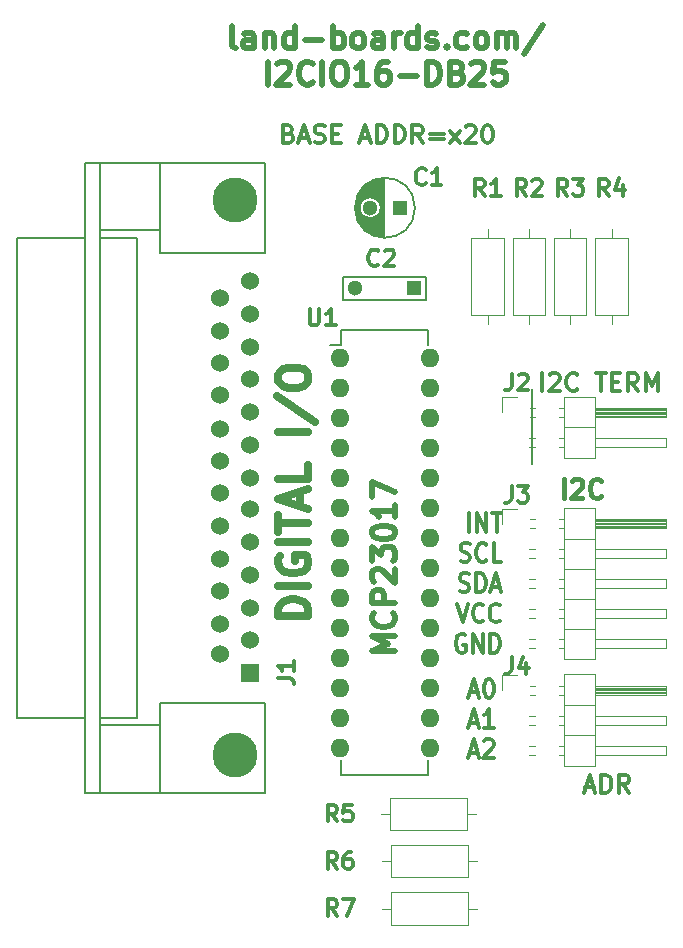
<source format=gto>
%TF.GenerationSoftware,KiCad,Pcbnew,(6.0.1)*%
%TF.CreationDate,2022-05-18T12:52:58-04:00*%
%TF.ProjectId,I2CIO16-DB25,49324349-4f31-4362-9d44-4232352e6b69,X1*%
%TF.SameCoordinates,Original*%
%TF.FileFunction,Legend,Top*%
%TF.FilePolarity,Positive*%
%FSLAX46Y46*%
G04 Gerber Fmt 4.6, Leading zero omitted, Abs format (unit mm)*
G04 Created by KiCad (PCBNEW (6.0.1)) date 2022-05-18 12:52:58*
%MOMM*%
%LPD*%
G01*
G04 APERTURE LIST*
%ADD10C,0.150000*%
%ADD11C,0.349250*%
%ADD12C,0.300000*%
%ADD13C,0.396875*%
%ADD14C,0.476250*%
%ADD15C,0.635000*%
%ADD16C,0.120000*%
%ADD17R,1.300000X1.300000*%
%ADD18C,1.300000*%
%ADD19O,1.600000X1.600000*%
%ADD20C,3.810000*%
%ADD21R,1.524000X1.524000*%
%ADD22C,1.524000*%
G04 APERTURE END LIST*
D10*
X36800000Y-32000000D02*
X36800000Y-38400000D01*
D11*
X31511177Y-57708708D02*
X32176416Y-57708708D01*
X31378130Y-58162279D02*
X31843797Y-56574779D01*
X32309463Y-58162279D01*
X33041225Y-56574779D02*
X33174273Y-56574779D01*
X33307320Y-56650375D01*
X33373844Y-56725970D01*
X33440368Y-56877160D01*
X33506892Y-57179541D01*
X33506892Y-57557517D01*
X33440368Y-57859898D01*
X33373844Y-58011089D01*
X33307320Y-58086684D01*
X33174273Y-58162279D01*
X33041225Y-58162279D01*
X32908177Y-58086684D01*
X32841654Y-58011089D01*
X32775130Y-57859898D01*
X32708606Y-57557517D01*
X32708606Y-57179541D01*
X32775130Y-56877160D01*
X32841654Y-56725970D01*
X32908177Y-56650375D01*
X33041225Y-56574779D01*
X31511177Y-60264583D02*
X32176416Y-60264583D01*
X31378130Y-60718154D02*
X31843797Y-59130654D01*
X32309463Y-60718154D01*
X33506892Y-60718154D02*
X32708606Y-60718154D01*
X33107749Y-60718154D02*
X33107749Y-59130654D01*
X32974701Y-59357440D01*
X32841654Y-59508630D01*
X32708606Y-59584226D01*
X31511177Y-62820458D02*
X32176416Y-62820458D01*
X31378130Y-63274029D02*
X31843797Y-61686529D01*
X32309463Y-63274029D01*
X32708606Y-61837720D02*
X32775130Y-61762125D01*
X32908177Y-61686529D01*
X33240797Y-61686529D01*
X33373844Y-61762125D01*
X33440368Y-61837720D01*
X33506892Y-61988910D01*
X33506892Y-62140101D01*
X33440368Y-62366886D01*
X32642082Y-63274029D01*
X33506892Y-63274029D01*
D12*
X31444476Y-44106404D02*
X31444476Y-42518904D01*
X32109714Y-44106404D02*
X32109714Y-42518904D01*
X32908000Y-44106404D01*
X32908000Y-42518904D01*
X33373666Y-42518904D02*
X34171952Y-42518904D01*
X33772809Y-44106404D02*
X33772809Y-42518904D01*
X30712714Y-46586684D02*
X30912285Y-46662279D01*
X31244904Y-46662279D01*
X31377952Y-46586684D01*
X31444476Y-46511089D01*
X31511000Y-46359898D01*
X31511000Y-46208708D01*
X31444476Y-46057517D01*
X31377952Y-45981922D01*
X31244904Y-45906327D01*
X30978809Y-45830732D01*
X30845761Y-45755136D01*
X30779238Y-45679541D01*
X30712714Y-45528351D01*
X30712714Y-45377160D01*
X30779238Y-45225970D01*
X30845761Y-45150375D01*
X30978809Y-45074779D01*
X31311428Y-45074779D01*
X31511000Y-45150375D01*
X32908000Y-46511089D02*
X32841476Y-46586684D01*
X32641904Y-46662279D01*
X32508857Y-46662279D01*
X32309285Y-46586684D01*
X32176238Y-46435494D01*
X32109714Y-46284303D01*
X32043190Y-45981922D01*
X32043190Y-45755136D01*
X32109714Y-45452755D01*
X32176238Y-45301565D01*
X32309285Y-45150375D01*
X32508857Y-45074779D01*
X32641904Y-45074779D01*
X32841476Y-45150375D01*
X32908000Y-45225970D01*
X34171952Y-46662279D02*
X33506714Y-46662279D01*
X33506714Y-45074779D01*
X30646190Y-49142559D02*
X30845761Y-49218154D01*
X31178380Y-49218154D01*
X31311428Y-49142559D01*
X31377952Y-49066964D01*
X31444476Y-48915773D01*
X31444476Y-48764583D01*
X31377952Y-48613392D01*
X31311428Y-48537797D01*
X31178380Y-48462202D01*
X30912285Y-48386607D01*
X30779238Y-48311011D01*
X30712714Y-48235416D01*
X30646190Y-48084226D01*
X30646190Y-47933035D01*
X30712714Y-47781845D01*
X30779238Y-47706250D01*
X30912285Y-47630654D01*
X31244904Y-47630654D01*
X31444476Y-47706250D01*
X32043190Y-49218154D02*
X32043190Y-47630654D01*
X32375809Y-47630654D01*
X32575380Y-47706250D01*
X32708428Y-47857440D01*
X32774952Y-48008630D01*
X32841476Y-48311011D01*
X32841476Y-48537797D01*
X32774952Y-48840178D01*
X32708428Y-48991369D01*
X32575380Y-49142559D01*
X32375809Y-49218154D01*
X32043190Y-49218154D01*
X33373666Y-48764583D02*
X34038904Y-48764583D01*
X33240619Y-49218154D02*
X33706285Y-47630654D01*
X34171952Y-49218154D01*
X30446619Y-50186529D02*
X30912285Y-51774029D01*
X31377952Y-50186529D01*
X32641904Y-51622839D02*
X32575380Y-51698434D01*
X32375809Y-51774029D01*
X32242761Y-51774029D01*
X32043190Y-51698434D01*
X31910142Y-51547244D01*
X31843619Y-51396053D01*
X31777095Y-51093672D01*
X31777095Y-50866886D01*
X31843619Y-50564505D01*
X31910142Y-50413315D01*
X32043190Y-50262125D01*
X32242761Y-50186529D01*
X32375809Y-50186529D01*
X32575380Y-50262125D01*
X32641904Y-50337720D01*
X34038904Y-51622839D02*
X33972380Y-51698434D01*
X33772809Y-51774029D01*
X33639761Y-51774029D01*
X33440190Y-51698434D01*
X33307142Y-51547244D01*
X33240619Y-51396053D01*
X33174095Y-51093672D01*
X33174095Y-50866886D01*
X33240619Y-50564505D01*
X33307142Y-50413315D01*
X33440190Y-50262125D01*
X33639761Y-50186529D01*
X33772809Y-50186529D01*
X33972380Y-50262125D01*
X34038904Y-50337720D01*
X31111857Y-52818000D02*
X30978809Y-52742404D01*
X30779238Y-52742404D01*
X30579666Y-52818000D01*
X30446619Y-52969190D01*
X30380095Y-53120380D01*
X30313571Y-53422761D01*
X30313571Y-53649547D01*
X30380095Y-53951928D01*
X30446619Y-54103119D01*
X30579666Y-54254309D01*
X30779238Y-54329904D01*
X30912285Y-54329904D01*
X31111857Y-54254309D01*
X31178380Y-54178714D01*
X31178380Y-53649547D01*
X30912285Y-53649547D01*
X31777095Y-54329904D02*
X31777095Y-52742404D01*
X32575380Y-54329904D01*
X32575380Y-52742404D01*
X33240619Y-54329904D02*
X33240619Y-52742404D01*
X33573238Y-52742404D01*
X33772809Y-52818000D01*
X33905857Y-52969190D01*
X33972380Y-53120380D01*
X34038904Y-53422761D01*
X34038904Y-53649547D01*
X33972380Y-53951928D01*
X33905857Y-54103119D01*
X33772809Y-54254309D01*
X33573238Y-54329904D01*
X33240619Y-54329904D01*
X16142857Y-10392857D02*
X16357142Y-10464285D01*
X16428571Y-10535714D01*
X16500000Y-10678571D01*
X16500000Y-10892857D01*
X16428571Y-11035714D01*
X16357142Y-11107142D01*
X16214285Y-11178571D01*
X15642857Y-11178571D01*
X15642857Y-9678571D01*
X16142857Y-9678571D01*
X16285714Y-9750000D01*
X16357142Y-9821428D01*
X16428571Y-9964285D01*
X16428571Y-10107142D01*
X16357142Y-10250000D01*
X16285714Y-10321428D01*
X16142857Y-10392857D01*
X15642857Y-10392857D01*
X17071428Y-10750000D02*
X17785714Y-10750000D01*
X16928571Y-11178571D02*
X17428571Y-9678571D01*
X17928571Y-11178571D01*
X18357142Y-11107142D02*
X18571428Y-11178571D01*
X18928571Y-11178571D01*
X19071428Y-11107142D01*
X19142857Y-11035714D01*
X19214285Y-10892857D01*
X19214285Y-10750000D01*
X19142857Y-10607142D01*
X19071428Y-10535714D01*
X18928571Y-10464285D01*
X18642857Y-10392857D01*
X18500000Y-10321428D01*
X18428571Y-10250000D01*
X18357142Y-10107142D01*
X18357142Y-9964285D01*
X18428571Y-9821428D01*
X18500000Y-9750000D01*
X18642857Y-9678571D01*
X19000000Y-9678571D01*
X19214285Y-9750000D01*
X19857142Y-10392857D02*
X20357142Y-10392857D01*
X20571428Y-11178571D02*
X19857142Y-11178571D01*
X19857142Y-9678571D01*
X20571428Y-9678571D01*
X22285714Y-10750000D02*
X23000000Y-10750000D01*
X22142857Y-11178571D02*
X22642857Y-9678571D01*
X23142857Y-11178571D01*
X23642857Y-11178571D02*
X23642857Y-9678571D01*
X24000000Y-9678571D01*
X24214285Y-9750000D01*
X24357142Y-9892857D01*
X24428571Y-10035714D01*
X24500000Y-10321428D01*
X24500000Y-10535714D01*
X24428571Y-10821428D01*
X24357142Y-10964285D01*
X24214285Y-11107142D01*
X24000000Y-11178571D01*
X23642857Y-11178571D01*
X25142857Y-11178571D02*
X25142857Y-9678571D01*
X25500000Y-9678571D01*
X25714285Y-9750000D01*
X25857142Y-9892857D01*
X25928571Y-10035714D01*
X26000000Y-10321428D01*
X26000000Y-10535714D01*
X25928571Y-10821428D01*
X25857142Y-10964285D01*
X25714285Y-11107142D01*
X25500000Y-11178571D01*
X25142857Y-11178571D01*
X27500000Y-11178571D02*
X27000000Y-10464285D01*
X26642857Y-11178571D02*
X26642857Y-9678571D01*
X27214285Y-9678571D01*
X27357142Y-9750000D01*
X27428571Y-9821428D01*
X27500000Y-9964285D01*
X27500000Y-10178571D01*
X27428571Y-10321428D01*
X27357142Y-10392857D01*
X27214285Y-10464285D01*
X26642857Y-10464285D01*
X28142857Y-10392857D02*
X29285714Y-10392857D01*
X29285714Y-10821428D02*
X28142857Y-10821428D01*
X29857142Y-11178571D02*
X30642857Y-10178571D01*
X29857142Y-10178571D02*
X30642857Y-11178571D01*
X31142857Y-9821428D02*
X31214285Y-9750000D01*
X31357142Y-9678571D01*
X31714285Y-9678571D01*
X31857142Y-9750000D01*
X31928571Y-9821428D01*
X32000000Y-9964285D01*
X32000000Y-10107142D01*
X31928571Y-10321428D01*
X31071428Y-11178571D01*
X32000000Y-11178571D01*
X32928571Y-9678571D02*
X33071428Y-9678571D01*
X33214285Y-9750000D01*
X33285714Y-9821428D01*
X33357142Y-9964285D01*
X33428571Y-10250000D01*
X33428571Y-10607142D01*
X33357142Y-10892857D01*
X33285714Y-11035714D01*
X33214285Y-11107142D01*
X33071428Y-11178571D01*
X32928571Y-11178571D01*
X32785714Y-11107142D01*
X32714285Y-11035714D01*
X32642857Y-10892857D01*
X32571428Y-10607142D01*
X32571428Y-10250000D01*
X32642857Y-9964285D01*
X32714285Y-9821428D01*
X32785714Y-9750000D01*
X32928571Y-9678571D01*
D13*
X39450297Y-41218154D02*
X39450297Y-39630654D01*
X40130654Y-39781845D02*
X40206250Y-39706250D01*
X40357440Y-39630654D01*
X40735416Y-39630654D01*
X40886607Y-39706250D01*
X40962202Y-39781845D01*
X41037797Y-39933035D01*
X41037797Y-40084226D01*
X40962202Y-40311011D01*
X40055059Y-41218154D01*
X41037797Y-41218154D01*
X42625297Y-41066964D02*
X42549702Y-41142559D01*
X42322916Y-41218154D01*
X42171726Y-41218154D01*
X41944940Y-41142559D01*
X41793750Y-40991369D01*
X41718154Y-40840178D01*
X41642559Y-40537797D01*
X41642559Y-40311011D01*
X41718154Y-40008630D01*
X41793750Y-39857440D01*
X41944940Y-39706250D01*
X42171726Y-39630654D01*
X42322916Y-39630654D01*
X42549702Y-39706250D01*
X42625297Y-39781845D01*
D14*
X25151785Y-54225714D02*
X23246785Y-54225714D01*
X24607500Y-53590714D01*
X23246785Y-52955714D01*
X25151785Y-52955714D01*
X24970357Y-50960000D02*
X25061071Y-51050714D01*
X25151785Y-51322857D01*
X25151785Y-51504285D01*
X25061071Y-51776428D01*
X24879642Y-51957857D01*
X24698214Y-52048571D01*
X24335357Y-52139285D01*
X24063214Y-52139285D01*
X23700357Y-52048571D01*
X23518928Y-51957857D01*
X23337500Y-51776428D01*
X23246785Y-51504285D01*
X23246785Y-51322857D01*
X23337500Y-51050714D01*
X23428214Y-50960000D01*
X25151785Y-50143571D02*
X23246785Y-50143571D01*
X23246785Y-49417857D01*
X23337500Y-49236428D01*
X23428214Y-49145714D01*
X23609642Y-49055000D01*
X23881785Y-49055000D01*
X24063214Y-49145714D01*
X24153928Y-49236428D01*
X24244642Y-49417857D01*
X24244642Y-50143571D01*
X23428214Y-48329285D02*
X23337500Y-48238571D01*
X23246785Y-48057142D01*
X23246785Y-47603571D01*
X23337500Y-47422142D01*
X23428214Y-47331428D01*
X23609642Y-47240714D01*
X23791071Y-47240714D01*
X24063214Y-47331428D01*
X25151785Y-48420000D01*
X25151785Y-47240714D01*
X23246785Y-46605714D02*
X23246785Y-45426428D01*
X23972500Y-46061428D01*
X23972500Y-45789285D01*
X24063214Y-45607857D01*
X24153928Y-45517142D01*
X24335357Y-45426428D01*
X24788928Y-45426428D01*
X24970357Y-45517142D01*
X25061071Y-45607857D01*
X25151785Y-45789285D01*
X25151785Y-46333571D01*
X25061071Y-46515000D01*
X24970357Y-46605714D01*
X23246785Y-44247142D02*
X23246785Y-44065714D01*
X23337500Y-43884285D01*
X23428214Y-43793571D01*
X23609642Y-43702857D01*
X23972500Y-43612142D01*
X24426071Y-43612142D01*
X24788928Y-43702857D01*
X24970357Y-43793571D01*
X25061071Y-43884285D01*
X25151785Y-44065714D01*
X25151785Y-44247142D01*
X25061071Y-44428571D01*
X24970357Y-44519285D01*
X24788928Y-44610000D01*
X24426071Y-44700714D01*
X23972500Y-44700714D01*
X23609642Y-44610000D01*
X23428214Y-44519285D01*
X23337500Y-44428571D01*
X23246785Y-44247142D01*
X25151785Y-41797857D02*
X25151785Y-42886428D01*
X25151785Y-42342142D02*
X23246785Y-42342142D01*
X23518928Y-42523571D01*
X23700357Y-42705000D01*
X23791071Y-42886428D01*
X23246785Y-41162857D02*
X23246785Y-39892857D01*
X25151785Y-40709285D01*
X11671642Y-3171260D02*
X11490214Y-3080546D01*
X11399499Y-2899117D01*
X11399499Y-1266260D01*
X13213785Y-3171260D02*
X13213785Y-2173403D01*
X13123071Y-1991975D01*
X12941642Y-1901260D01*
X12578785Y-1901260D01*
X12397357Y-1991975D01*
X13213785Y-3080546D02*
X13032357Y-3171260D01*
X12578785Y-3171260D01*
X12397357Y-3080546D01*
X12306642Y-2899117D01*
X12306642Y-2717689D01*
X12397357Y-2536260D01*
X12578785Y-2445546D01*
X13032357Y-2445546D01*
X13213785Y-2354832D01*
X14120928Y-1901260D02*
X14120928Y-3171260D01*
X14120928Y-2082689D02*
X14211642Y-1991975D01*
X14393071Y-1901260D01*
X14665214Y-1901260D01*
X14846642Y-1991975D01*
X14937357Y-2173403D01*
X14937357Y-3171260D01*
X16660928Y-3171260D02*
X16660928Y-1266260D01*
X16660928Y-3080546D02*
X16479499Y-3171260D01*
X16116642Y-3171260D01*
X15935214Y-3080546D01*
X15844499Y-2989832D01*
X15753785Y-2808403D01*
X15753785Y-2264117D01*
X15844499Y-2082689D01*
X15935214Y-1991975D01*
X16116642Y-1901260D01*
X16479499Y-1901260D01*
X16660928Y-1991975D01*
X17568071Y-2445546D02*
X19019499Y-2445546D01*
X19926642Y-3171260D02*
X19926642Y-1266260D01*
X19926642Y-1991975D02*
X20108071Y-1901260D01*
X20470928Y-1901260D01*
X20652357Y-1991975D01*
X20743071Y-2082689D01*
X20833785Y-2264117D01*
X20833785Y-2808403D01*
X20743071Y-2989832D01*
X20652357Y-3080546D01*
X20470928Y-3171260D01*
X20108071Y-3171260D01*
X19926642Y-3080546D01*
X21922357Y-3171260D02*
X21740928Y-3080546D01*
X21650214Y-2989832D01*
X21559500Y-2808403D01*
X21559500Y-2264117D01*
X21650214Y-2082689D01*
X21740928Y-1991975D01*
X21922357Y-1901260D01*
X22194500Y-1901260D01*
X22375928Y-1991975D01*
X22466642Y-2082689D01*
X22557357Y-2264117D01*
X22557357Y-2808403D01*
X22466642Y-2989832D01*
X22375928Y-3080546D01*
X22194500Y-3171260D01*
X21922357Y-3171260D01*
X24190214Y-3171260D02*
X24190214Y-2173403D01*
X24099500Y-1991975D01*
X23918071Y-1901260D01*
X23555214Y-1901260D01*
X23373785Y-1991975D01*
X24190214Y-3080546D02*
X24008785Y-3171260D01*
X23555214Y-3171260D01*
X23373785Y-3080546D01*
X23283071Y-2899117D01*
X23283071Y-2717689D01*
X23373785Y-2536260D01*
X23555214Y-2445546D01*
X24008785Y-2445546D01*
X24190214Y-2354832D01*
X25097357Y-3171260D02*
X25097357Y-1901260D01*
X25097357Y-2264117D02*
X25188071Y-2082689D01*
X25278785Y-1991975D01*
X25460214Y-1901260D01*
X25641642Y-1901260D01*
X27093071Y-3171260D02*
X27093071Y-1266260D01*
X27093071Y-3080546D02*
X26911642Y-3171260D01*
X26548785Y-3171260D01*
X26367357Y-3080546D01*
X26276642Y-2989832D01*
X26185928Y-2808403D01*
X26185928Y-2264117D01*
X26276642Y-2082689D01*
X26367357Y-1991975D01*
X26548785Y-1901260D01*
X26911642Y-1901260D01*
X27093071Y-1991975D01*
X27909500Y-3080546D02*
X28090928Y-3171260D01*
X28453785Y-3171260D01*
X28635214Y-3080546D01*
X28725928Y-2899117D01*
X28725928Y-2808403D01*
X28635214Y-2626975D01*
X28453785Y-2536260D01*
X28181642Y-2536260D01*
X28000214Y-2445546D01*
X27909500Y-2264117D01*
X27909500Y-2173403D01*
X28000214Y-1991975D01*
X28181642Y-1901260D01*
X28453785Y-1901260D01*
X28635214Y-1991975D01*
X29542357Y-2989832D02*
X29633071Y-3080546D01*
X29542357Y-3171260D01*
X29451642Y-3080546D01*
X29542357Y-2989832D01*
X29542357Y-3171260D01*
X31265928Y-3080546D02*
X31084500Y-3171260D01*
X30721642Y-3171260D01*
X30540214Y-3080546D01*
X30449500Y-2989832D01*
X30358785Y-2808403D01*
X30358785Y-2264117D01*
X30449500Y-2082689D01*
X30540214Y-1991975D01*
X30721642Y-1901260D01*
X31084500Y-1901260D01*
X31265928Y-1991975D01*
X32354500Y-3171260D02*
X32173071Y-3080546D01*
X32082357Y-2989832D01*
X31991642Y-2808403D01*
X31991642Y-2264117D01*
X32082357Y-2082689D01*
X32173071Y-1991975D01*
X32354500Y-1901260D01*
X32626642Y-1901260D01*
X32808071Y-1991975D01*
X32898785Y-2082689D01*
X32989500Y-2264117D01*
X32989500Y-2808403D01*
X32898785Y-2989832D01*
X32808071Y-3080546D01*
X32626642Y-3171260D01*
X32354500Y-3171260D01*
X33805928Y-3171260D02*
X33805928Y-1901260D01*
X33805928Y-2082689D02*
X33896642Y-1991975D01*
X34078071Y-1901260D01*
X34350214Y-1901260D01*
X34531642Y-1991975D01*
X34622357Y-2173403D01*
X34622357Y-3171260D01*
X34622357Y-2173403D02*
X34713071Y-1991975D01*
X34894500Y-1901260D01*
X35166642Y-1901260D01*
X35348071Y-1991975D01*
X35438785Y-2173403D01*
X35438785Y-3171260D01*
X37706642Y-1175546D02*
X36073785Y-3624832D01*
X14393071Y-6238310D02*
X14393071Y-4333310D01*
X15209500Y-4514739D02*
X15300214Y-4424025D01*
X15481642Y-4333310D01*
X15935214Y-4333310D01*
X16116642Y-4424025D01*
X16207357Y-4514739D01*
X16298071Y-4696167D01*
X16298071Y-4877596D01*
X16207357Y-5149739D01*
X15118785Y-6238310D01*
X16298071Y-6238310D01*
X18203071Y-6056882D02*
X18112357Y-6147596D01*
X17840214Y-6238310D01*
X17658785Y-6238310D01*
X17386642Y-6147596D01*
X17205214Y-5966167D01*
X17114500Y-5784739D01*
X17023785Y-5421882D01*
X17023785Y-5149739D01*
X17114500Y-4786882D01*
X17205214Y-4605453D01*
X17386642Y-4424025D01*
X17658785Y-4333310D01*
X17840214Y-4333310D01*
X18112357Y-4424025D01*
X18203071Y-4514739D01*
X19019500Y-6238310D02*
X19019500Y-4333310D01*
X20289500Y-4333310D02*
X20652357Y-4333310D01*
X20833785Y-4424025D01*
X21015214Y-4605453D01*
X21105928Y-4968310D01*
X21105928Y-5603310D01*
X21015214Y-5966167D01*
X20833785Y-6147596D01*
X20652357Y-6238310D01*
X20289500Y-6238310D01*
X20108071Y-6147596D01*
X19926642Y-5966167D01*
X19835928Y-5603310D01*
X19835928Y-4968310D01*
X19926642Y-4605453D01*
X20108071Y-4424025D01*
X20289500Y-4333310D01*
X22920214Y-6238310D02*
X21831642Y-6238310D01*
X22375928Y-6238310D02*
X22375928Y-4333310D01*
X22194500Y-4605453D01*
X22013071Y-4786882D01*
X21831642Y-4877596D01*
X24553071Y-4333310D02*
X24190214Y-4333310D01*
X24008785Y-4424025D01*
X23918071Y-4514739D01*
X23736642Y-4786882D01*
X23645928Y-5149739D01*
X23645928Y-5875453D01*
X23736642Y-6056882D01*
X23827357Y-6147596D01*
X24008785Y-6238310D01*
X24371642Y-6238310D01*
X24553071Y-6147596D01*
X24643785Y-6056882D01*
X24734500Y-5875453D01*
X24734500Y-5421882D01*
X24643785Y-5240453D01*
X24553071Y-5149739D01*
X24371642Y-5059025D01*
X24008785Y-5059025D01*
X23827357Y-5149739D01*
X23736642Y-5240453D01*
X23645928Y-5421882D01*
X25550928Y-5512596D02*
X27002357Y-5512596D01*
X27909500Y-6238310D02*
X27909500Y-4333310D01*
X28363071Y-4333310D01*
X28635214Y-4424025D01*
X28816642Y-4605453D01*
X28907357Y-4786882D01*
X28998071Y-5149739D01*
X28998071Y-5421882D01*
X28907357Y-5784739D01*
X28816642Y-5966167D01*
X28635214Y-6147596D01*
X28363071Y-6238310D01*
X27909500Y-6238310D01*
X30449500Y-5240453D02*
X30721642Y-5331167D01*
X30812357Y-5421882D01*
X30903071Y-5603310D01*
X30903071Y-5875453D01*
X30812357Y-6056882D01*
X30721642Y-6147596D01*
X30540214Y-6238310D01*
X29814500Y-6238310D01*
X29814500Y-4333310D01*
X30449500Y-4333310D01*
X30630928Y-4424025D01*
X30721642Y-4514739D01*
X30812357Y-4696167D01*
X30812357Y-4877596D01*
X30721642Y-5059025D01*
X30630928Y-5149739D01*
X30449500Y-5240453D01*
X29814500Y-5240453D01*
X31628785Y-4514739D02*
X31719500Y-4424025D01*
X31900928Y-4333310D01*
X32354500Y-4333310D01*
X32535928Y-4424025D01*
X32626642Y-4514739D01*
X32717357Y-4696167D01*
X32717357Y-4877596D01*
X32626642Y-5149739D01*
X31538071Y-6238310D01*
X32717357Y-6238310D01*
X34440928Y-4333310D02*
X33533785Y-4333310D01*
X33443071Y-5240453D01*
X33533785Y-5149739D01*
X33715214Y-5059025D01*
X34168785Y-5059025D01*
X34350214Y-5149739D01*
X34440928Y-5240453D01*
X34531642Y-5421882D01*
X34531642Y-5875453D01*
X34440928Y-6056882D01*
X34350214Y-6147596D01*
X34168785Y-6238310D01*
X33715214Y-6238310D01*
X33533785Y-6147596D01*
X33443071Y-6056882D01*
D12*
X41280714Y-65750000D02*
X41995000Y-65750000D01*
X41137857Y-66178571D02*
X41637857Y-64678571D01*
X42137857Y-66178571D01*
X42637857Y-66178571D02*
X42637857Y-64678571D01*
X42995000Y-64678571D01*
X43209285Y-64750000D01*
X43352142Y-64892857D01*
X43423571Y-65035714D01*
X43495000Y-65321428D01*
X43495000Y-65535714D01*
X43423571Y-65821428D01*
X43352142Y-65964285D01*
X43209285Y-66107142D01*
X42995000Y-66178571D01*
X42637857Y-66178571D01*
X44995000Y-66178571D02*
X44495000Y-65464285D01*
X44137857Y-66178571D02*
X44137857Y-64678571D01*
X44709285Y-64678571D01*
X44852142Y-64750000D01*
X44923571Y-64821428D01*
X44995000Y-64964285D01*
X44995000Y-65178571D01*
X44923571Y-65321428D01*
X44852142Y-65392857D01*
X44709285Y-65464285D01*
X44137857Y-65464285D01*
D15*
X17819047Y-51262380D02*
X15279047Y-51262380D01*
X15279047Y-50657619D01*
X15400000Y-50294761D01*
X15641904Y-50052857D01*
X15883809Y-49931904D01*
X16367619Y-49810952D01*
X16730476Y-49810952D01*
X17214285Y-49931904D01*
X17456190Y-50052857D01*
X17698095Y-50294761D01*
X17819047Y-50657619D01*
X17819047Y-51262380D01*
X17819047Y-48722380D02*
X15279047Y-48722380D01*
X15400000Y-46182380D02*
X15279047Y-46424285D01*
X15279047Y-46787142D01*
X15400000Y-47150000D01*
X15641904Y-47391904D01*
X15883809Y-47512857D01*
X16367619Y-47633809D01*
X16730476Y-47633809D01*
X17214285Y-47512857D01*
X17456190Y-47391904D01*
X17698095Y-47150000D01*
X17819047Y-46787142D01*
X17819047Y-46545238D01*
X17698095Y-46182380D01*
X17577142Y-46061428D01*
X16730476Y-46061428D01*
X16730476Y-46545238D01*
X17819047Y-44972857D02*
X15279047Y-44972857D01*
X15279047Y-44126190D02*
X15279047Y-42674761D01*
X17819047Y-43400476D02*
X15279047Y-43400476D01*
X17093333Y-41949047D02*
X17093333Y-40739523D01*
X17819047Y-42190952D02*
X15279047Y-41344285D01*
X17819047Y-40497619D01*
X17819047Y-38441428D02*
X17819047Y-39650952D01*
X15279047Y-39650952D01*
X17819047Y-35659523D02*
X15279047Y-35659523D01*
X15158095Y-32635714D02*
X18423809Y-34812857D01*
X15279047Y-31305238D02*
X15279047Y-30821428D01*
X15400000Y-30579523D01*
X15641904Y-30337619D01*
X16125714Y-30216666D01*
X16972380Y-30216666D01*
X17456190Y-30337619D01*
X17698095Y-30579523D01*
X17819047Y-30821428D01*
X17819047Y-31305238D01*
X17698095Y-31547142D01*
X17456190Y-31789047D01*
X16972380Y-31910000D01*
X16125714Y-31910000D01*
X15641904Y-31789047D01*
X15400000Y-31547142D01*
X15279047Y-31305238D01*
D12*
X37607142Y-32178571D02*
X37607142Y-30678571D01*
X38250000Y-30821428D02*
X38321428Y-30750000D01*
X38464285Y-30678571D01*
X38821428Y-30678571D01*
X38964285Y-30750000D01*
X39035714Y-30821428D01*
X39107142Y-30964285D01*
X39107142Y-31107142D01*
X39035714Y-31321428D01*
X38178571Y-32178571D01*
X39107142Y-32178571D01*
X40607142Y-32035714D02*
X40535714Y-32107142D01*
X40321428Y-32178571D01*
X40178571Y-32178571D01*
X39964285Y-32107142D01*
X39821428Y-31964285D01*
X39750000Y-31821428D01*
X39678571Y-31535714D01*
X39678571Y-31321428D01*
X39750000Y-31035714D01*
X39821428Y-30892857D01*
X39964285Y-30750000D01*
X40178571Y-30678571D01*
X40321428Y-30678571D01*
X40535714Y-30750000D01*
X40607142Y-30821428D01*
X42178571Y-30678571D02*
X43035714Y-30678571D01*
X42607142Y-32178571D02*
X42607142Y-30678571D01*
X43535714Y-31392857D02*
X44035714Y-31392857D01*
X44250000Y-32178571D02*
X43535714Y-32178571D01*
X43535714Y-30678571D01*
X44250000Y-30678571D01*
X45750000Y-32178571D02*
X45250000Y-31464285D01*
X44892857Y-32178571D02*
X44892857Y-30678571D01*
X45464285Y-30678571D01*
X45607142Y-30750000D01*
X45678571Y-30821428D01*
X45750000Y-30964285D01*
X45750000Y-31178571D01*
X45678571Y-31321428D01*
X45607142Y-31392857D01*
X45464285Y-31464285D01*
X44892857Y-31464285D01*
X46392857Y-32178571D02*
X46392857Y-30678571D01*
X46892857Y-31750000D01*
X47392857Y-30678571D01*
X47392857Y-32178571D01*
D11*
%TO.C,C2*%
X23767166Y-21478928D02*
X23700642Y-21545452D01*
X23501071Y-21611976D01*
X23368023Y-21611976D01*
X23168452Y-21545452D01*
X23035404Y-21412404D01*
X22968880Y-21279357D01*
X22902357Y-21013261D01*
X22902357Y-20813690D01*
X22968880Y-20547595D01*
X23035404Y-20414547D01*
X23168452Y-20281500D01*
X23368023Y-20214976D01*
X23501071Y-20214976D01*
X23700642Y-20281500D01*
X23767166Y-20348023D01*
X24299357Y-20348023D02*
X24365880Y-20281500D01*
X24498928Y-20214976D01*
X24831547Y-20214976D01*
X24964595Y-20281500D01*
X25031119Y-20348023D01*
X25097642Y-20481071D01*
X25097642Y-20614119D01*
X25031119Y-20813690D01*
X24232833Y-21611976D01*
X25097642Y-21611976D01*
%TO.C,U1*%
X17935619Y-25234976D02*
X17935619Y-26365880D01*
X18002142Y-26498928D01*
X18068666Y-26565452D01*
X18201714Y-26631976D01*
X18467809Y-26631976D01*
X18600857Y-26565452D01*
X18667380Y-26498928D01*
X18733904Y-26365880D01*
X18733904Y-25234976D01*
X20130904Y-26631976D02*
X19332619Y-26631976D01*
X19731761Y-26631976D02*
X19731761Y-25234976D01*
X19598714Y-25434547D01*
X19465666Y-25567595D01*
X19332619Y-25634119D01*
%TO.C,J3*%
X35034333Y-40234976D02*
X35034333Y-41232833D01*
X34967809Y-41432404D01*
X34834761Y-41565452D01*
X34635190Y-41631976D01*
X34502142Y-41631976D01*
X35566523Y-40234976D02*
X36431333Y-40234976D01*
X35965666Y-40767166D01*
X36165238Y-40767166D01*
X36298285Y-40833690D01*
X36364809Y-40900214D01*
X36431333Y-41033261D01*
X36431333Y-41365880D01*
X36364809Y-41498928D01*
X36298285Y-41565452D01*
X36165238Y-41631976D01*
X35766095Y-41631976D01*
X35633047Y-41565452D01*
X35566523Y-41498928D01*
%TO.C,R2*%
X36267166Y-15636976D02*
X35801500Y-14971738D01*
X35468880Y-15636976D02*
X35468880Y-14239976D01*
X36001071Y-14239976D01*
X36134119Y-14306500D01*
X36200642Y-14373023D01*
X36267166Y-14506071D01*
X36267166Y-14705642D01*
X36200642Y-14838690D01*
X36134119Y-14905214D01*
X36001071Y-14971738D01*
X35468880Y-14971738D01*
X36799357Y-14373023D02*
X36865880Y-14306500D01*
X36998928Y-14239976D01*
X37331547Y-14239976D01*
X37464595Y-14306500D01*
X37531119Y-14373023D01*
X37597642Y-14506071D01*
X37597642Y-14639119D01*
X37531119Y-14838690D01*
X36732833Y-15636976D01*
X37597642Y-15636976D01*
%TO.C,R3*%
X39767166Y-15636976D02*
X39301500Y-14971738D01*
X38968880Y-15636976D02*
X38968880Y-14239976D01*
X39501071Y-14239976D01*
X39634119Y-14306500D01*
X39700642Y-14373023D01*
X39767166Y-14506071D01*
X39767166Y-14705642D01*
X39700642Y-14838690D01*
X39634119Y-14905214D01*
X39501071Y-14971738D01*
X38968880Y-14971738D01*
X40232833Y-14239976D02*
X41097642Y-14239976D01*
X40631976Y-14772166D01*
X40831547Y-14772166D01*
X40964595Y-14838690D01*
X41031119Y-14905214D01*
X41097642Y-15038261D01*
X41097642Y-15370880D01*
X41031119Y-15503928D01*
X40964595Y-15570452D01*
X40831547Y-15636976D01*
X40432404Y-15636976D01*
X40299357Y-15570452D01*
X40232833Y-15503928D01*
%TO.C,R4*%
X43267166Y-15636976D02*
X42801500Y-14971738D01*
X42468880Y-15636976D02*
X42468880Y-14239976D01*
X43001071Y-14239976D01*
X43134119Y-14306500D01*
X43200642Y-14373023D01*
X43267166Y-14506071D01*
X43267166Y-14705642D01*
X43200642Y-14838690D01*
X43134119Y-14905214D01*
X43001071Y-14971738D01*
X42468880Y-14971738D01*
X44464595Y-14705642D02*
X44464595Y-15636976D01*
X44131976Y-14173452D02*
X43799357Y-15171309D01*
X44664166Y-15171309D01*
%TO.C,R1*%
X32767166Y-15636976D02*
X32301500Y-14971738D01*
X31968880Y-15636976D02*
X31968880Y-14239976D01*
X32501071Y-14239976D01*
X32634119Y-14306500D01*
X32700642Y-14373023D01*
X32767166Y-14506071D01*
X32767166Y-14705642D01*
X32700642Y-14838690D01*
X32634119Y-14905214D01*
X32501071Y-14971738D01*
X31968880Y-14971738D01*
X34097642Y-15636976D02*
X33299357Y-15636976D01*
X33698500Y-15636976D02*
X33698500Y-14239976D01*
X33565452Y-14439547D01*
X33432404Y-14572595D01*
X33299357Y-14639119D01*
%TO.C,R7*%
X20267166Y-76631976D02*
X19801500Y-75966738D01*
X19468880Y-76631976D02*
X19468880Y-75234976D01*
X20001071Y-75234976D01*
X20134119Y-75301500D01*
X20200642Y-75368023D01*
X20267166Y-75501071D01*
X20267166Y-75700642D01*
X20200642Y-75833690D01*
X20134119Y-75900214D01*
X20001071Y-75966738D01*
X19468880Y-75966738D01*
X20732833Y-75234976D02*
X21664166Y-75234976D01*
X21065452Y-76631976D01*
%TO.C,R6*%
X20267166Y-72631976D02*
X19801500Y-71966738D01*
X19468880Y-72631976D02*
X19468880Y-71234976D01*
X20001071Y-71234976D01*
X20134119Y-71301500D01*
X20200642Y-71368023D01*
X20267166Y-71501071D01*
X20267166Y-71700642D01*
X20200642Y-71833690D01*
X20134119Y-71900214D01*
X20001071Y-71966738D01*
X19468880Y-71966738D01*
X21464595Y-71234976D02*
X21198499Y-71234976D01*
X21065452Y-71301500D01*
X20998928Y-71368023D01*
X20865880Y-71567595D01*
X20799357Y-71833690D01*
X20799357Y-72365880D01*
X20865880Y-72498928D01*
X20932404Y-72565452D01*
X21065452Y-72631976D01*
X21331547Y-72631976D01*
X21464595Y-72565452D01*
X21531119Y-72498928D01*
X21597642Y-72365880D01*
X21597642Y-72033261D01*
X21531119Y-71900214D01*
X21464595Y-71833690D01*
X21331547Y-71767166D01*
X21065452Y-71767166D01*
X20932404Y-71833690D01*
X20865880Y-71900214D01*
X20799357Y-72033261D01*
%TO.C,J2*%
X35034333Y-30734976D02*
X35034333Y-31732833D01*
X34967809Y-31932404D01*
X34834761Y-32065452D01*
X34635190Y-32131976D01*
X34502142Y-32131976D01*
X35633047Y-30868023D02*
X35699571Y-30801500D01*
X35832619Y-30734976D01*
X36165238Y-30734976D01*
X36298285Y-30801500D01*
X36364809Y-30868023D01*
X36431333Y-31001071D01*
X36431333Y-31134119D01*
X36364809Y-31333690D01*
X35566523Y-32131976D01*
X36431333Y-32131976D01*
%TO.C,C1*%
X27767166Y-14598928D02*
X27700642Y-14665452D01*
X27501071Y-14731976D01*
X27368023Y-14731976D01*
X27168452Y-14665452D01*
X27035404Y-14532404D01*
X26968880Y-14399357D01*
X26902357Y-14133261D01*
X26902357Y-13933690D01*
X26968880Y-13667595D01*
X27035404Y-13534547D01*
X27168452Y-13401500D01*
X27368023Y-13334976D01*
X27501071Y-13334976D01*
X27700642Y-13401500D01*
X27767166Y-13468023D01*
X29097642Y-14731976D02*
X28299357Y-14731976D01*
X28698500Y-14731976D02*
X28698500Y-13334976D01*
X28565452Y-13534547D01*
X28432404Y-13667595D01*
X28299357Y-13734119D01*
%TO.C,J4*%
X35034333Y-54734976D02*
X35034333Y-55732833D01*
X34967809Y-55932404D01*
X34834761Y-56065452D01*
X34635190Y-56131976D01*
X34502142Y-56131976D01*
X36298285Y-55200642D02*
X36298285Y-56131976D01*
X35965666Y-54668452D02*
X35633047Y-55666309D01*
X36497857Y-55666309D01*
%TO.C,R5*%
X20267166Y-68631976D02*
X19801500Y-67966738D01*
X19468880Y-68631976D02*
X19468880Y-67234976D01*
X20001071Y-67234976D01*
X20134119Y-67301500D01*
X20200642Y-67368023D01*
X20267166Y-67501071D01*
X20267166Y-67700642D01*
X20200642Y-67833690D01*
X20134119Y-67900214D01*
X20001071Y-67966738D01*
X19468880Y-67966738D01*
X21531119Y-67234976D02*
X20865880Y-67234976D01*
X20799357Y-67900214D01*
X20865880Y-67833690D01*
X20998928Y-67767166D01*
X21331547Y-67767166D01*
X21464595Y-67833690D01*
X21531119Y-67900214D01*
X21597642Y-68033261D01*
X21597642Y-68365880D01*
X21531119Y-68498928D01*
X21464595Y-68565452D01*
X21331547Y-68631976D01*
X20998928Y-68631976D01*
X20865880Y-68565452D01*
X20799357Y-68498928D01*
%TO.C,J1*%
X15234976Y-56465666D02*
X16232833Y-56465666D01*
X16432404Y-56532190D01*
X16565452Y-56665238D01*
X16631976Y-56864809D01*
X16631976Y-56997857D01*
X16631976Y-55068666D02*
X16631976Y-55866952D01*
X16631976Y-55467809D02*
X15234976Y-55467809D01*
X15434547Y-55600857D01*
X15567595Y-55733904D01*
X15634119Y-55866952D01*
D10*
%TO.C,C2*%
X27750000Y-22500000D02*
X27750000Y-24500000D01*
X20750000Y-24500000D02*
X20750000Y-22500000D01*
X27750000Y-24500000D02*
X20750000Y-24500000D01*
X20750000Y-22500000D02*
X27750000Y-22500000D01*
%TO.C,U1*%
X20625000Y-27060000D02*
X20625000Y-28330000D01*
X20625000Y-28330000D02*
X19690000Y-28330000D01*
X20625000Y-64670000D02*
X20625000Y-63400000D01*
X27975000Y-64670000D02*
X27975000Y-63400000D01*
X27975000Y-27060000D02*
X27975000Y-28330000D01*
X20625000Y-64670000D02*
X27975000Y-64670000D01*
X20625000Y-27060000D02*
X27975000Y-27060000D01*
D16*
%TO.C,J3*%
X48140000Y-46345000D02*
X42140000Y-46345000D01*
X48140000Y-48885000D02*
X42140000Y-48885000D01*
X36610000Y-43805000D02*
X36997071Y-43805000D01*
X39082929Y-45585000D02*
X39480000Y-45585000D01*
X42140000Y-42095000D02*
X39480000Y-42095000D01*
X39480000Y-54915000D02*
X42140000Y-54915000D01*
X39480000Y-52315000D02*
X42140000Y-52315000D01*
X42140000Y-53205000D02*
X48140000Y-53205000D01*
X42140000Y-54915000D02*
X42140000Y-42095000D01*
X42140000Y-48125000D02*
X48140000Y-48125000D01*
X39082929Y-53205000D02*
X39480000Y-53205000D01*
X36542929Y-50665000D02*
X36997071Y-50665000D01*
X39082929Y-53965000D02*
X39480000Y-53965000D01*
X48140000Y-45585000D02*
X48140000Y-46345000D01*
X36542929Y-45585000D02*
X36997071Y-45585000D01*
X48140000Y-43045000D02*
X48140000Y-43805000D01*
X39480000Y-47235000D02*
X42140000Y-47235000D01*
X42140000Y-45585000D02*
X48140000Y-45585000D01*
X39082929Y-51425000D02*
X39480000Y-51425000D01*
X36542929Y-53205000D02*
X36997071Y-53205000D01*
X39082929Y-48885000D02*
X39480000Y-48885000D01*
X48140000Y-43805000D02*
X42140000Y-43805000D01*
X36542929Y-48885000D02*
X36997071Y-48885000D01*
X48140000Y-53965000D02*
X42140000Y-53965000D01*
X42140000Y-50665000D02*
X48140000Y-50665000D01*
X39082929Y-46345000D02*
X39480000Y-46345000D01*
X39480000Y-44695000D02*
X42140000Y-44695000D01*
X48140000Y-50665000D02*
X48140000Y-51425000D01*
X42140000Y-43225000D02*
X48140000Y-43225000D01*
X42140000Y-43045000D02*
X48140000Y-43045000D01*
X42140000Y-43345000D02*
X48140000Y-43345000D01*
X39480000Y-49775000D02*
X42140000Y-49775000D01*
X36610000Y-43045000D02*
X36997071Y-43045000D01*
X34230000Y-43425000D02*
X34230000Y-42155000D01*
X42140000Y-43105000D02*
X48140000Y-43105000D01*
X39082929Y-50665000D02*
X39480000Y-50665000D01*
X36542929Y-46345000D02*
X36997071Y-46345000D01*
X42140000Y-43705000D02*
X48140000Y-43705000D01*
X34230000Y-42155000D02*
X35500000Y-42155000D01*
X36542929Y-51425000D02*
X36997071Y-51425000D01*
X39480000Y-42095000D02*
X39480000Y-54915000D01*
X42140000Y-43465000D02*
X48140000Y-43465000D01*
X39082929Y-43045000D02*
X39480000Y-43045000D01*
X36542929Y-48125000D02*
X36997071Y-48125000D01*
X48140000Y-53205000D02*
X48140000Y-53965000D01*
X48140000Y-48125000D02*
X48140000Y-48885000D01*
X48140000Y-51425000D02*
X42140000Y-51425000D01*
X36542929Y-53965000D02*
X36997071Y-53965000D01*
X42140000Y-43585000D02*
X48140000Y-43585000D01*
X39082929Y-43805000D02*
X39480000Y-43805000D01*
X39082929Y-48125000D02*
X39480000Y-48125000D01*
%TO.C,R2*%
X36500000Y-18460000D02*
X36500000Y-19230000D01*
X37870000Y-19230000D02*
X35130000Y-19230000D01*
X37870000Y-25770000D02*
X37870000Y-19230000D01*
X35130000Y-25770000D02*
X37870000Y-25770000D01*
X36500000Y-26540000D02*
X36500000Y-25770000D01*
X35130000Y-19230000D02*
X35130000Y-25770000D01*
%TO.C,R3*%
X40000000Y-26540000D02*
X40000000Y-25770000D01*
X41370000Y-19230000D02*
X38630000Y-19230000D01*
X38630000Y-19230000D02*
X38630000Y-25770000D01*
X41370000Y-25770000D02*
X41370000Y-19230000D01*
X40000000Y-18460000D02*
X40000000Y-19230000D01*
X38630000Y-25770000D02*
X41370000Y-25770000D01*
%TO.C,R4*%
X43500000Y-18460000D02*
X43500000Y-19230000D01*
X42130000Y-25770000D02*
X44870000Y-25770000D01*
X44870000Y-19230000D02*
X42130000Y-19230000D01*
X44870000Y-25770000D02*
X44870000Y-19230000D01*
X42130000Y-19230000D02*
X42130000Y-25770000D01*
X43500000Y-26540000D02*
X43500000Y-25770000D01*
%TO.C,R1*%
X31630000Y-19230000D02*
X31630000Y-25770000D01*
X34370000Y-25770000D02*
X34370000Y-19230000D01*
X33000000Y-18460000D02*
X33000000Y-19230000D01*
X33000000Y-26540000D02*
X33000000Y-25770000D01*
X34370000Y-19230000D02*
X31630000Y-19230000D01*
X31630000Y-25770000D02*
X34370000Y-25770000D01*
%TO.C,R7*%
X31365000Y-74630000D02*
X24825000Y-74630000D01*
X32135000Y-76000000D02*
X31365000Y-76000000D01*
X31365000Y-77370000D02*
X31365000Y-74630000D01*
X24825000Y-77370000D02*
X31365000Y-77370000D01*
X24055000Y-76000000D02*
X24825000Y-76000000D01*
X24825000Y-74630000D02*
X24825000Y-77370000D01*
%TO.C,R6*%
X24055000Y-72000000D02*
X24825000Y-72000000D01*
X31365000Y-73370000D02*
X31365000Y-70630000D01*
X32135000Y-72000000D02*
X31365000Y-72000000D01*
X24825000Y-70630000D02*
X24825000Y-73370000D01*
X24825000Y-73370000D02*
X31365000Y-73370000D01*
X31365000Y-70630000D02*
X24825000Y-70630000D01*
%TO.C,J2*%
X39480000Y-37870000D02*
X42140000Y-37870000D01*
X48140000Y-33620000D02*
X48140000Y-34380000D01*
X36542929Y-36160000D02*
X36997071Y-36160000D01*
X39480000Y-32670000D02*
X39480000Y-37870000D01*
X34230000Y-32730000D02*
X35500000Y-32730000D01*
X42140000Y-36160000D02*
X48140000Y-36160000D01*
X39082929Y-34380000D02*
X39480000Y-34380000D01*
X42140000Y-34160000D02*
X48140000Y-34160000D01*
X34230000Y-34000000D02*
X34230000Y-32730000D01*
X48140000Y-34380000D02*
X42140000Y-34380000D01*
X39082929Y-33620000D02*
X39480000Y-33620000D01*
X39082929Y-36160000D02*
X39480000Y-36160000D01*
X42140000Y-34280000D02*
X48140000Y-34280000D01*
X39082929Y-36920000D02*
X39480000Y-36920000D01*
X39480000Y-35270000D02*
X42140000Y-35270000D01*
X42140000Y-33800000D02*
X48140000Y-33800000D01*
X42140000Y-33920000D02*
X48140000Y-33920000D01*
X42140000Y-37870000D02*
X42140000Y-32670000D01*
X36542929Y-36920000D02*
X36997071Y-36920000D01*
X36610000Y-34380000D02*
X36997071Y-34380000D01*
X42140000Y-33680000D02*
X48140000Y-33680000D01*
X42140000Y-32670000D02*
X39480000Y-32670000D01*
X42140000Y-33620000D02*
X48140000Y-33620000D01*
X36610000Y-33620000D02*
X36997071Y-33620000D01*
X48140000Y-36920000D02*
X42140000Y-36920000D01*
X48140000Y-36160000D02*
X48140000Y-36920000D01*
X42140000Y-34040000D02*
X48140000Y-34040000D01*
D10*
%TO.C,C1*%
X23955000Y-16575000D02*
X23955000Y-14195000D01*
X22835000Y-18689000D02*
X22835000Y-17541000D01*
X22275000Y-16230000D02*
X22275000Y-15218000D01*
X22695000Y-15847000D02*
X22695000Y-14762000D01*
X24095000Y-19161000D02*
X24095000Y-14179000D01*
X23395000Y-15835000D02*
X23395000Y-14343000D01*
X22275000Y-18122000D02*
X22275000Y-17110000D01*
X22555000Y-18450000D02*
X22555000Y-17415000D01*
X22975000Y-18784000D02*
X22975000Y-17566000D01*
X22975000Y-15774000D02*
X22975000Y-14556000D01*
X23255000Y-15791000D02*
X23255000Y-14404000D01*
X22555000Y-15925000D02*
X22555000Y-14890000D01*
X23675000Y-19088000D02*
X23675000Y-17327000D01*
X22415000Y-16042000D02*
X22415000Y-15039000D01*
X23815000Y-16180000D02*
X23815000Y-14219000D01*
X22835000Y-15799000D02*
X22835000Y-14651000D01*
X23115000Y-18866000D02*
X23115000Y-17568000D01*
X23395000Y-18997000D02*
X23395000Y-17505000D01*
X23535000Y-19047000D02*
X23535000Y-17434000D01*
X24235000Y-19169000D02*
X24235000Y-14171000D01*
X23815000Y-19121000D02*
X23815000Y-17160000D01*
X22415000Y-18301000D02*
X22415000Y-17298000D01*
X22695000Y-18578000D02*
X22695000Y-17493000D01*
X21855000Y-17142000D02*
X21855000Y-16198000D01*
X23255000Y-18936000D02*
X23255000Y-17549000D01*
X23535000Y-15906000D02*
X23535000Y-14293000D01*
X22135000Y-17903000D02*
X22135000Y-15437000D01*
X23115000Y-15772000D02*
X23115000Y-14474000D01*
X23675000Y-16013000D02*
X23675000Y-14252000D01*
X23955000Y-19145000D02*
X23955000Y-16765000D01*
X21995000Y-17614000D02*
X21995000Y-15726000D01*
X26847500Y-16670000D02*
G75*
G03*
X26847500Y-16670000I-2537500J0D01*
G01*
X23960000Y-16670000D02*
G75*
G03*
X23960000Y-16670000I-900000J0D01*
G01*
D16*
%TO.C,J4*%
X48140000Y-59660000D02*
X48140000Y-60420000D01*
X36542929Y-59660000D02*
X36997071Y-59660000D01*
X48140000Y-62960000D02*
X42140000Y-62960000D01*
X42140000Y-57540000D02*
X48140000Y-57540000D01*
X39082929Y-59660000D02*
X39480000Y-59660000D01*
X39480000Y-58770000D02*
X42140000Y-58770000D01*
X39082929Y-62200000D02*
X39480000Y-62200000D01*
X39480000Y-56170000D02*
X39480000Y-63910000D01*
X48140000Y-62200000D02*
X48140000Y-62960000D01*
X34230000Y-56230000D02*
X35500000Y-56230000D01*
X36610000Y-57880000D02*
X36997071Y-57880000D01*
X42140000Y-63910000D02*
X42140000Y-56170000D01*
X36542929Y-60420000D02*
X36997071Y-60420000D01*
X42140000Y-57780000D02*
X48140000Y-57780000D01*
X42140000Y-59660000D02*
X48140000Y-59660000D01*
X48140000Y-57120000D02*
X48140000Y-57880000D01*
X42140000Y-57660000D02*
X48140000Y-57660000D01*
X42140000Y-56170000D02*
X39480000Y-56170000D01*
X39082929Y-57880000D02*
X39480000Y-57880000D01*
X48140000Y-57880000D02*
X42140000Y-57880000D01*
X34230000Y-57500000D02*
X34230000Y-56230000D01*
X39082929Y-57120000D02*
X39480000Y-57120000D01*
X42140000Y-62200000D02*
X48140000Y-62200000D01*
X48140000Y-60420000D02*
X42140000Y-60420000D01*
X39480000Y-63910000D02*
X42140000Y-63910000D01*
X39082929Y-60420000D02*
X39480000Y-60420000D01*
X36542929Y-62200000D02*
X36997071Y-62200000D01*
X39082929Y-62960000D02*
X39480000Y-62960000D01*
X39480000Y-61310000D02*
X42140000Y-61310000D01*
X42140000Y-57180000D02*
X48140000Y-57180000D01*
X42140000Y-57300000D02*
X48140000Y-57300000D01*
X42140000Y-57120000D02*
X48140000Y-57120000D01*
X36542929Y-62960000D02*
X36997071Y-62960000D01*
X36610000Y-57120000D02*
X36997071Y-57120000D01*
X42140000Y-57420000D02*
X48140000Y-57420000D01*
%TO.C,R5*%
X24730000Y-66630000D02*
X24730000Y-69370000D01*
X32040000Y-68000000D02*
X31270000Y-68000000D01*
X24730000Y-69370000D02*
X31270000Y-69370000D01*
X23960000Y-68000000D02*
X24730000Y-68000000D01*
X31270000Y-66630000D02*
X24730000Y-66630000D01*
X31270000Y-69370000D02*
X31270000Y-66630000D01*
D10*
%TO.C,J1*%
X3335000Y-59850000D02*
X160000Y-59850000D01*
X-6825000Y-19210000D02*
X-1110000Y-19210000D01*
X160000Y-60485000D02*
X5240000Y-60485000D01*
X160000Y-18575000D02*
X5240000Y-18575000D01*
X160000Y-12860000D02*
X14130000Y-12860000D01*
X14130000Y-20480000D02*
X14130000Y-12860000D01*
X3335000Y-19210000D02*
X160000Y-19210000D01*
X-1110000Y-12860000D02*
X-1110000Y-66200000D01*
X3335000Y-59850000D02*
X3335000Y-19210000D01*
X-6825000Y-59850000D02*
X-1110000Y-59850000D01*
X5240000Y-58580000D02*
X14130000Y-58580000D01*
X14130000Y-66200000D02*
X160000Y-66200000D01*
X-6825000Y-59850000D02*
X-6825000Y-19210000D01*
X-1110000Y-66200000D02*
X160000Y-66200000D01*
X160000Y-12860000D02*
X-1110000Y-12860000D01*
X5240000Y-66200000D02*
X5240000Y-58580000D01*
X5240000Y-20480000D02*
X14130000Y-20480000D01*
X160000Y-66200000D02*
X160000Y-12860000D01*
X5240000Y-12860000D02*
X5240000Y-20480000D01*
X14130000Y-66200000D02*
X14130000Y-58580000D01*
%TD*%
D17*
%TO.C,C2*%
X26750000Y-23500000D03*
D18*
X21750000Y-23500000D03*
%TD*%
D19*
%TO.C,U1*%
X20490000Y-29355000D03*
X20490000Y-31895000D03*
X20490000Y-34435000D03*
X20490000Y-36975000D03*
X20490000Y-39515000D03*
X20490000Y-42055000D03*
X20490000Y-44595000D03*
X20490000Y-47135000D03*
X20490000Y-49675000D03*
X20490000Y-52215000D03*
X20490000Y-54755000D03*
X20490000Y-57295000D03*
X20490000Y-59835000D03*
X20490000Y-62375000D03*
X28110000Y-62375000D03*
X28110000Y-59835000D03*
X28110000Y-57295000D03*
X28110000Y-54755000D03*
X28110000Y-52215000D03*
X28110000Y-49675000D03*
X28110000Y-47135000D03*
X28110000Y-44595000D03*
X28110000Y-42055000D03*
X28110000Y-39515000D03*
X28110000Y-36975000D03*
X28110000Y-34435000D03*
X28110000Y-31895000D03*
X28110000Y-29355000D03*
%TD*%
D17*
%TO.C,C1*%
X25560000Y-16670000D03*
D18*
X23060000Y-16670000D03*
%TD*%
D20*
%TO.C,J1*%
X11590000Y-16035000D03*
X11590000Y-63025000D03*
D21*
X12860000Y-56040000D03*
D22*
X12860000Y-53246000D03*
X12860000Y-50579000D03*
X12860000Y-47785000D03*
X12860000Y-44991000D03*
X12860000Y-42197000D03*
X12860000Y-39530000D03*
X12860000Y-36736000D03*
X12860000Y-33942000D03*
X12860000Y-31148000D03*
X12860000Y-28481000D03*
X12860000Y-25687000D03*
X12860000Y-22893000D03*
X10320000Y-54465200D03*
X10320000Y-51925200D03*
X10320000Y-49131200D03*
X10320000Y-46388000D03*
X10320000Y-43644800D03*
X10320000Y-40850800D03*
X10320000Y-38107600D03*
X10320000Y-35364400D03*
X10320000Y-32519600D03*
X10320000Y-29827200D03*
X10320000Y-27084000D03*
X10320000Y-24290000D03*
%TD*%
M02*

</source>
